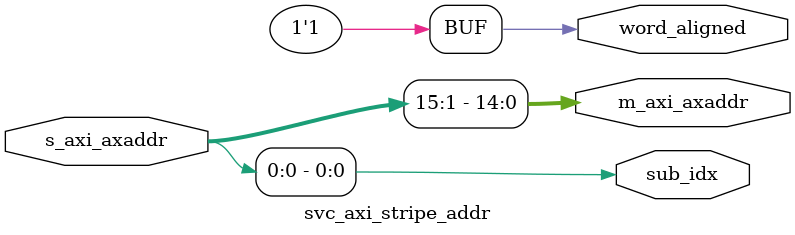
<source format=sv>
`ifndef SVC_AXI_STRIPE_ADDR_SV
`define SVC_AXI_STRIPE_ADDR_SV

`include "svc.sv"


module svc_axi_stripe_addr #(
    parameter NUM_S            = 2,
    parameter AXI_ADDR_WIDTH   = 16,
    parameter AXI_DATA_WIDTH   = 8,
    parameter S_AXI_ADDR_WIDTH = AXI_ADDR_WIDTH - $clog2(NUM_S),
    parameter S_WIDTH          = $clog2(NUM_S)
) (
    input  logic [  AXI_ADDR_WIDTH-1:0] s_axi_axaddr,
    output logic [         S_WIDTH-1:0] sub_idx,
    output logic                        word_aligned,
    output logic [S_AXI_ADDR_WIDTH-1:0] m_axi_axaddr
);
  localparam O_WIDTH = $clog2(AXI_DATA_WIDTH / 8);

  assign sub_idx = s_axi_axaddr[S_WIDTH+O_WIDTH-1:O_WIDTH];

  // we can only select the byte offset if the bus size more than a byte wide,
  // otherwise we'll try to select -1:0 from the addr.
  if (O_WIDTH > 0) begin : gen_multi_byte_word
    assign m_axi_axaddr = {
      s_axi_axaddr[AXI_ADDR_WIDTH-1 : S_WIDTH+O_WIDTH],
      s_axi_axaddr[O_WIDTH-1 : 0]
    };
    assign word_aligned = !(&s_axi_axaddr[O_WIDTH-1:0]);
  end else begin : gen_single_byte_word
    assign m_axi_axaddr = s_axi_axaddr[AXI_ADDR_WIDTH-1 : S_WIDTH];
    assign word_aligned = 1'b1;
  end

endmodule

`endif

</source>
